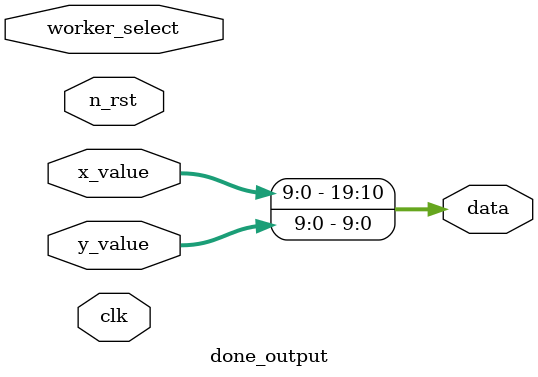
<source format=sv>

module done_output

#(
	parameter NUM_X_BITS = 10,
	parameter NUM_Y_BITS = 10
)

(
	input wire clk, //wr = wrapper variable
	input wire n_rst,
	input reg [NUM_X_BITS-1:0] x_value,
	input reg [NUM_Y_BITS-1:0] y_value,
	input wire [15:0] worker_select,

	output reg [(NUM_Y_BITS+NUM_X_BITS-1):0] data
);
 
	assign data = {x_value, y_value};

	//The only thing I can't get... how to send to correct worker, I have the one to select, but how to send values to it?

endmodule

</source>
